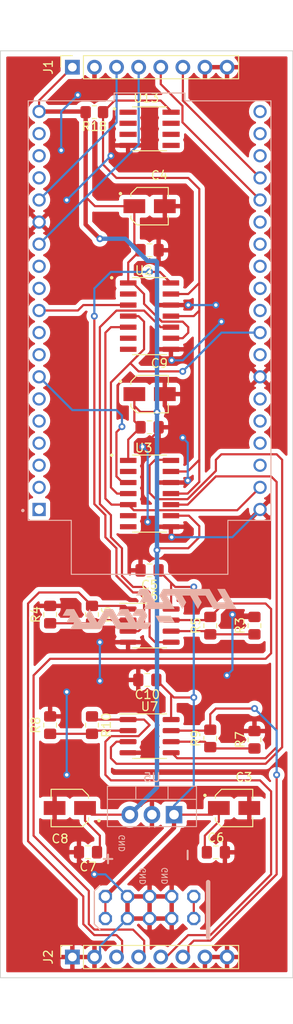
<source format=kicad_pcb>
(kicad_pcb (version 20211014) (generator pcbnew)
  (layers (0 "F.Cu" signal) (31 "B.Cu" signal) (34 "B.Paste" user) (35 "F.Paste" user) (36 "B.SilkS" user "B.Silkscreen") (37 "F.SilkS" user "F.Silkscreen") (38 "B.Mask" user) (39 "F.Mask" user) (44 "Edge.Cuts" user))
  (net 0 "")
  (net 9 "/GATE1")
  (net 10 "/GATE2")
  (net 11 "GND")
  (net 12 "+12V")
  (net 13 "+5V")
  (net 14 "/LED2")
  (net 15 "/LED1")
  (net 16 "/SCK")
  (net 19 "/CS1")
  (net 21 "/CV2")
  (net 22 "/CV1")
  (net 23 "/CV4")
  (net 24 "/CV3")
  (net 25 "-12V")
  (net 26 "/CS2")
  (net 28 "/MOSI")
  (net 29 "Net-(R3-Pad1)")
  (net 39 "Net-(R4-Pad1)")
  (net 40 "Net-(R7-Pad1)")
  (net 41 "Net-(R10-Pad2)")
  (net 44 "/VREF2.5")
  (net 48 "Net-(U2-Pad10)")
  (net 49 "Net-(U2-Pad14)")
  (net 53 "Net-(U3-Pad10)")
  (net 54 "Net-(U3-Pad14)")
  (footprint "Connector_PinSocket_2.54mm:PinSocket_1x08_P2.54mm_Vertical" (layer "F.Cu") (at 8.27 1.88 90)
    (fp_text reference "J1")
    (fp_text value "Conn_01x08_Female")
  )
  (footprint "Resistor_SMD:R_0805_2012Metric_Pad1.20x1.40mm_HandSolder" (layer "F.Cu") (at 10.525 64.77 -90)
    (fp_text reference "R6")
    (fp_text value "100k")
  )
  (footprint "Resistor_SMD:R_0805_2012Metric_Pad1.20x1.40mm_HandSolder" (layer "F.Cu") (at 10.795 7.045 180)
    (fp_text reference "R18")
    (fp_text value "2.5k")
  )
  (footprint "Extra Parts:CAP_EEEFN1E100R" (layer "F.Cu") (at 26.855 86.995)
    (fp_text reference "C3")
    (fp_text value "10uF")
  )
  (footprint "Resistor_SMD:R_0805_2012Metric_Pad1.20x1.40mm_HandSolder" (layer "F.Cu") (at 29.2 79.150872 90)
    (fp_text reference "R7")
    (fp_text value "100k")
  )
  (footprint "Extra Parts:SOIC127P600X175-14N" (layer "F.Cu") (at 17.145 30.48)
    (fp_text reference "U2")
    (fp_text value "MCP4922")
  )
  (footprint "Resistor_SMD:R_0805_2012Metric_Pad1.20x1.40mm_HandSolder" (layer "F.Cu") (at 5.715 64.77 90)
    (fp_text reference "R4")
    (fp_text value "100k")
  )
  (footprint "Package_SO:SOIC-8_3.9x4.9mm_P1.27mm" (layer "F.Cu") (at 17.145 66.04)
    (fp_text reference "U6")
    (fp_text value "NCS20072D")
  )
  (footprint "Capacitor_SMD:C_0805_2012Metric_Pad1.18x1.45mm_HandSolder" (layer "F.Cu") (at 17.145 43.25 180)
    (fp_text reference "C2" hide)
    (fp_text value "100n")
  )
  (footprint "Resistor_SMD:R_0805_2012Metric_Pad1.20x1.40mm_HandSolder" (layer "F.Cu") (at 24.12 66.04 90)
    (fp_text reference "R5")
    (fp_text value "100k")
  )
  (footprint "Package_SO:SOIC-8_3.9x4.9mm_P1.27mm" (layer "F.Cu") (at 17.145 78.74)
    (fp_text reference "U7")
    (fp_text value "NCS20072D")
  )
  (footprint "Extra Parts:SOIC127P600X175-14N" (layer "F.Cu") (at 17.145 50.87)
    (fp_text reference "U3")
    (fp_text value "MCP4822")
  )
  (footprint "Capacitor_SMD:C_0805_2012Metric_Pad1.18x1.45mm_HandSolder" (layer "F.Cu") (at 17.145 59.69 180)
    (fp_text reference "C5")
    (fp_text value "100n")
  )
  (footprint "Capacitor_SMD:C_0805_2012Metric_Pad1.18x1.45mm_HandSolder" (layer "F.Cu") (at 16.883748 72.28 180)
    (fp_text reference "C10")
    (fp_text value "100n")
  )
  (footprint "Extra Parts:CAP_EEEFN1E100R" (layer "F.Cu") (at 7.975 86.995 180)
    (fp_text reference "C8")
    (fp_text value "10uF")
  )
  (footprint "Extra Parts:SOIC127P599X175-8N" (layer "F.Cu") (at 17.145 8.96)
    (fp_text reference "U13")
    (fp_text value "LM336M-2.5/NOPB" hide)
  )
  (footprint "Extra Parts:CAP_EEEFN1E100R" (layer "F.Cu") (at 17.145 39.44)
    (fp_text reference "C9")
    (fp_text value "10uF")
  )
  (footprint "Extra Parts:CAP_EEEFN1E100R" (layer "F.Cu") (at 17.145 17.85)
    (fp_text reference "C4")
    (fp_text value "10uF")
  )
  (footprint "Capacitor_SMD:C_0805_2012Metric_Pad1.18x1.45mm_HandSolder" (layer "F.Cu") (at 10.065 92.075 180)
    (fp_text reference "C7")
    (fp_text value "100n")
  )
  (footprint "Connector_PinSocket_2.54mm:PinSocket_1x08_P2.54mm_Vertical" (layer "F.Cu") (at 8.27 104.115 90)
    (fp_text reference "J2")
    (fp_text value "Conn_01x08_Female")
  )
  (footprint "Resistor_SMD:R_0805_2012Metric_Pad1.20x1.40mm_HandSolder" (layer "F.Cu") (at 24.12 79.000872 90)
    (fp_text reference "R9")
    (fp_text value "100k")
  )
  (footprint "Resistor_SMD:R_0805_2012Metric_Pad1.20x1.40mm_HandSolder" (layer "F.Cu") (at 5.715 77.47 90)
    (fp_text reference "R8")
    (fp_text value "100k")
  )
  (footprint "Resistor_SMD:R_0805_2012Metric_Pad1.20x1.40mm_HandSolder" (layer "F.Cu") (at 10.525 77.47 -90)
    (fp_text reference "R10")
    (fp_text value "100k")
  )
  (footprint "Capacitor_SMD:C_0805_2012Metric_Pad1.18x1.45mm_HandSolder" (layer "F.Cu") (at 17.145 22.91 180)
    (fp_text reference "C1" hide)
    (fp_text value "100n")
  )
  (footprint "Resistor_SMD:R_0805_2012Metric_Pad1.20x1.40mm_HandSolder" (layer "F.Cu") (at 29.2 66.04 90)
    (fp_text reference "R3")
    (fp_text value "100k")
  )
  (footprint "Capacitor_SMD:C_0805_2012Metric_Pad1.18x1.45mm_HandSolder" (layer "F.Cu") (at 24.765 92.085)
    (fp_text reference "C6")
    (fp_text value "330n")
  )
  (footprint "Extra Parts:MODULE_ESP32-DEVKITC" (layer "B.Cu") (at 17.145 29.845)
    (fp_text reference "U1" hide)
    (fp_text value "ESP32-DEVKITC" hide)
  )
  (footprint "MusicThingModular:EURO_POWER_HEADER" (layer "B.Cu") (at 17.145 98.425 180)
    (fp_text reference "CON1" hide)
    (fp_text value "EuroPow")
  )
  (footprint "symbols:littlescale" (layer "B.Cu") (at 17.145 64.135 180)
    (fp_text reference "G***" hide)
    (fp_text value "LOGO" hide)
  )
  (footprint "Package_TO_SOT_THT:TO-220-3_Vertical" (layer "B.Cu") (at 19.955 87.76 180)
    (fp_text reference "U5")
    (fp_text value "LM7805_TO220")
  )
  (gr_rect (start 0 0) (end 33.605 106.5) (layer "Edge.Cuts") (width 0.1) (fill none))
  (segment (start 18.43 3.825) (end 18.43 1.88) (width 0.25) (layer "F.Cu") (net 9))
  (segment (start 20.925 8.215) (end 20.925 6.32) (width 0.25) (layer "F.Cu") (net 9))
  (segment (start 29.845 17.135) (end 20.925 8.215) (width 0.25) (layer "F.Cu") (net 9))
  (segment (start 20.925 6.32) (end 18.43 3.825) (width 0.25) (layer "F.Cu") (net 9))
  (segment (start 29.845 14.595) (end 20.97 5.72) (width 0.25) (layer "F.Cu") (net 10))
  (segment (start 20.97 5.72) (end 20.97 1.88) (width 0.25) (layer "F.Cu") (net 10))
  (segment (start 6.985 73.66) (end 7.62 73.66) (width 0.25) (layer "F.Cu") (net 11))
  (segment (start 16.1075 59.69) (end 16.1075 56.2825) (width 0.25) (layer "F.Cu") (net 11))
  (segment (start 5.715 74.93) (end 6.985 73.66) (width 0.25) (layer "F.Cu") (net 11))
  (segment (start 19.6 54.68) (end 19.6 55.795) (width 0.25) (layer "F.Cu") (net 11))
  (segment (start 16.51 55.88) (end 16.923808 55.466192) (width 0.25) (layer "F.Cu") (net 11))
  (segment (start 11.43 67.945) (end 14.67 67.945) (width 0.25) (layer "F.Cu") (net 11))
  (segment (start 16.923808 55.466192) (end 16.923808 54.129761) (width 0.25) (layer "F.Cu") (net 11))
  (segment (start 7.62 83.185) (end 6.225 84.58) (width 0.25) (layer "F.Cu") (net 11))
  (segment (start 10.81 3.16) (end 8.89 5.08) (width 0.25) (layer "F.Cu") (net 11))
  (segment (start 19.6 29.21) (end 21.59 29.21) (width 0.25) (layer "F.Cu") (net 11))
  (segment (start 19.6 35.475) (end 19.685 35.56) (width 0.25) (layer "F.Cu") (net 11))
  (segment (start 19.6 55.795) (end 19.685 55.88) (width 0.25) (layer "F.Cu") (net 11))
  (segment (start 6.985 11.43) (end 6.985 16.51) (width 0.25) (layer "F.Cu") (net 11))
  (segment (start 9.0275 92.075) (end 9.0275 92.8475) (width 0.25) (layer "F.Cu") (net 11))
  (segment (start 16.1075 56.2825) (end 16.51 55.88) (width 0.25) (layer "F.Cu") (net 11))
  (segment (start 29.2 65.04) (end 28.93 64.77) (width 0.25) (layer "F.Cu") (net 11))
  (segment (start 16.342403 45.48746) (end 18.1825 43.647363) (width 0.25) (layer "F.Cu") (net 11))
  (segment (start 19.6 34.29) (end 19.6 35.475) (width 0.25) (layer "F.Cu") (net 11))
  (segment (start 6.985 16.51) (end 7.62 17.145) (width 0.25) (layer "F.Cu") (net 11))
  (segment (start 15.736248 72.39) (end 11.43 72.39) (width 0.25) (layer "F.Cu") (net 11))
  (segment (start 9.0275 92.8475) (end 10.795 94.615) (width 0.25) (layer "F.Cu") (net 11))
  (segment (start 6.225 84.58) (end 6.225 86.995) (width 0.25) (layer "F.Cu") (net 11))
  (segment (start 5.715 76.47) (end 5.715 74.93) (width 0.25) (layer "F.Cu") (net 11))
  (segment (start 21.308036 49.6) (end 21.533551 49.374485) (width 0.25) (layer "F.Cu") (net 11))
  (segment (start 10.81 1.88) (end 10.81 3.16) (width 0.25) (layer "F.Cu") (net 11))
  (segment (start 18.1825 43.647363) (end 18.1825 43.25) (width 0.25) (layer "F.Cu") (net 11))
  (segment (start 19.6 49.6) (end 21.308036 49.6) (width 0.25) (layer "F.Cu") (net 11))
  (segment (start 15.846248 72.28) (end 15.736248 72.39) (width 0.25) (layer "F.Cu") (net 11))
  (segment (start 28.93 64.77) (end 26.67 64.77) (width 0.25) (layer "F.Cu") (net 11))
  (via (at 16.923808 54.129761) (size 0.8) (drill 0.4) (layers "F.Cu" "B.Cu") (net 11))
  (via (at 12.7 12.065) (size 0.8) (drill 0.4) (layers "F.Cu" "B.Cu") (net 11))
  (via (at 26.035 71.755) (size 0.8) (drill 0.4) (layers "F.Cu" "B.Cu") (net 11))
  (via (at 20.955 44.45) (size 0.8) (drill 0.4) (layers "F.Cu" "B.Cu") (net 11))
  (via (at 24.765 29.21) (size 0.8) (drill 0.4) (layers "F.Cu" "B.Cu") (net 11))
  (via (at 21.533551 49.374485) (size 0.8) (drill 0.4) (layers "F.Cu" "B.Cu") (net 11))
  (via (at 25.4 31.115) (size 0.8) (drill 0.4) (layers "F.Cu" "B.Cu") (net 11))
  (via (at 26.67 64.77) (size 0.8) (drill 0.4) (layers "F.Cu" "B.Cu") (net 11))
  (via (at 19.685 55.88) (size 0.8) (drill 0.4) (layers "F.Cu" "B.Cu") (net 11))
  (via (at 8.89 5.08) (size 0.8) (drill 0.4) (layers "F.Cu" "B.Cu") (net 11))
  (via (at 11.43 72.39) (size 0.8) (drill 0.4) (layers "F.Cu" "B.Cu") (net 11))
  (via (at 7.62 83.185) (size 0.8) (drill 0.4) (layers "F.Cu" "B.Cu") (net 11))
  (via (at 7.62 73.66) (size 0.8) (drill 0.4) (layers "F.Cu" "B.Cu") (net 11))
  (via (at 6.985 11.43) (size 0.8) (drill 0.4) (layers "F.Cu" "B.Cu") (net 11))
  (via (at 21.59 29.21) (size 0.8) (drill 0.4) (layers "F.Cu" "B.Cu") (net 11))
  (via (at 10.795 94.615) (size 0.8) (drill 0.4) (layers "F.Cu" "B.Cu") (net 11))
  (via (at 11.43 67.945) (size 0.8) (drill 0.4) (layers "F.Cu" "B.Cu") (net 11))
  (via (at 19.685 35.56) (size 0.8) (drill 0.4) (layers "F.Cu" "B.Cu") (net 11))
  (via (at 16.342403 45.48746) (size 0.8) (drill 0.4) (layers "F.Cu" "B.Cu") (net 11))
  (via (at 7.62 17.145) (size 0.8) (drill 0.4) (layers "F.Cu" "B.Cu") (net 11))
  (segment (start 20.955 35.56) (end 25.4 31.115) (width 0.25) (layer "B.Cu") (net 11))
  (segment (start 12.065 94.615) (end 14.605 97.155) (width 0.25) (layer "B.Cu") (net 11))
  (segment (start 11.43 72.39) (end 11.43 67.945) (width 0.25) (layer "B.Cu") (net 11))
  (segment (start 16.923808 46.068865) (end 16.342403 45.48746) (width 0.25) (layer "B.Cu") (net 11))
  (segment (start 19.685 55.88) (end 26.66 55.88) (width 0.25) (layer "B.Cu") (net 11))
  (segment (start 21.59 29.21) (end 24.765 29.21) (width 0.25) (layer "B.Cu") (net 11))
  (segment (start 7.62 73.66) (end 7.62 83.185) (width 0.25) (layer "B.Cu") (net 11))
  (segment (start 19.685 35.56) (end 20.955 35.56) (width 0.25) (layer "B.Cu") (net 11))
  (segment (start 26.67 64.77) (end 26.67 71.12) (width 0.25) (layer "B.Cu") (net 11))
  (segment (start 7.62 17.145) (end 12.7 12.065) (width 0.25) (layer "B.Cu") (net 11))
  (segment (start 21.533551 45.028551) (end 20.955 44.45) (width 0.25) (layer "B.Cu") (net 11))
  (segment (start 11.445 104.115) (end 11.445 102.855) (width 0.25) (layer "B.Cu") (net 11))
  (segment (start 10.795 94.615) (end 12.065 94.615) (width 0.25) (layer "B.Cu") (net 11))
  (segment (start 11.445 102.855) (end 14.605 99.695) (width 0.25) (layer "B.Cu") (net 11))
  (segment (start 6.985 6.985) (end 6.985 11.43) (width 0.25) (layer "B.Cu") (net 11))
  (segment (start 26.67 71.12) (end 26.035 71.755) (width 0.25) (layer "B.Cu") (net 11))
  (segment (start 16.923808 54.129761) (end 16.923808 46.068865) (width 0.25) (layer "B.Cu") (net 11))
  (segment (start 26.66 55.88) (end 29.845 52.695) (width 0.25) (layer "B.Cu") (net 11))
  (segment (start 21.533551 49.374485) (end 21.533551 45.028551) (width 0.25) (layer "B.Cu") (net 11))
  (segment (start 8.89 5.08) (end 6.985 6.985) (width 0.25) (layer "B.Cu") (net 11))
  (segment (start 19.62 73.978752) (end 19.936248 74.295) (width 0.25) (layer "F.Cu") (net 12))
  (segment (start 19.62 61.1275) (end 19.62 64.135) (width 0.25) (layer "F.Cu") (net 12))
  (segment (start 19.955 87.76) (end 24.34 87.76) (width 0.25) (layer "F.Cu") (net 12))
  (segment (start 20.0875 61.595) (end 18.1825 59.69) (width 0.25) (layer "F.Cu") (net 12))
  (segment (start 12.065 97.155) (end 12.065 99.695) (width 0.25) (layer "F.Cu") (net 12))
  (segment (start 25.105 86.995) (end 25.105 88.56) (width 0.25) (layer "F.Cu") (net 12))
  (segment (start 23.495 91.8525) (end 23.7275 92.085) (width 0.25) (layer "F.Cu") (net 12))
  (segment (start 19.955 89.265) (end 19.955 87.76) (width 0.5) (layer "F.Cu") (net 12))
  (segment (start 24.34 87.76) (end 25.105 86.995) (width 0.25) (layer "F.Cu") (net 12))
  (segment (start 19.62 73.978752) (end 19.62 76.835) (width 0.25) (layer "F.Cu") (net 12))
  (segment (start 22.225 61.595) (end 20.0875 61.595) (width 0.25) (layer "F.Cu") (net 12))
  (segment (start 18.1825 59.69) (end 19.62 61.1275) (width 0.25) (layer "F.Cu") (net 12))
  (segment (start 12.065 97.155) (end 19.955 89.265) (width 0.5) (layer "F.Cu") (net 12))
  (segment (start 25.105 88.56) (end 23.495 90.17) (width 0.25) (layer "F.Cu") (net 12))
  (segment (start 19.936248 74.295) (end 22.225 74.295) (width 0.25) (layer "F.Cu") (net 12))
  (segment (start 17.921248 72.28) (end 19.62 73.978752) (width 0.25) (layer "F.Cu") (net 12))
  (segment (start 23.495 90.17) (end 23.495 91.8525) (width 0.25) (layer "F.Cu") (net 12))
  (via (at 22.225 61.595) (size 0.8) (drill 0.4) (layers "F.Cu" "B.Cu") (net 12))
  (via (at 22.225 74.295) (size 0.8) (drill 0.4) (layers "F.Cu" "B.Cu") (net 12))
  (segment (start 19.955 86.725) (end 22.225 84.455) (width 0.25) (layer "B.Cu") (net 12))
  (segment (start 22.225 84.455) (end 22.225 74.295) (width 0.25) (layer "B.Cu") (net 12))
  (segment (start 22.225 74.295) (end 22.225 61.595) (width 0.25) (layer "B.Cu") (net 12))
  (segment (start 19.955 87.76) (end 19.955 86.725) (width 0.25) (layer "B.Cu") (net 12))
  (segment (start 15.395 22.1975) (end 15.395 17.85) (width 0.25) (layer "F.Cu") (net 13))
  (segment (start 9.795 16.78) (end 9.795 7.045) (width 0.25) (layer "F.Cu") (net 13))
  (segment (start 15.395 40.795) (end 16.09 41.49) (width 0.25) (layer "F.Cu") (net 13))
  (segment (start 15.395 39.44) (end 15.395 42.5375) (width 0.25) (layer "F.Cu") (net 13))
  (segment (start 14.69 47.06) (end 14.69 44.6675) (width 0.25) (layer "F.Cu") (net 13))
  (segment (start 9.725 88.465) (end 11.43 90.17) (width 0.25) (layer "F.Cu") (net 13))
  (segment (start 22.86 54.61) (end 22.86 55.88) (width 0.25) (layer "F.Cu") (net 13))
  (segment (start 18.549984 31.115) (end 16.51 29.075016) (width 0.25) (layer "F.Cu") (net 13))
  (segment (start 22.86 55.88) (end 21.59 57.15) (width 0.25) (layer "F.Cu") (net 13))
  (segment (start 21.59 57.15) (end 18.21 57.15) (width 0.25) (layer "F.Cu") (net 13))
  (segment (start 9.725 86.995) (end 9.725 88.465) (width 0.25) (layer "F.Cu") (net 13))
  (segment (start 19.6 33.02) (end 20.955 33.02) (width 0.25) (layer "F.Cu") (net 13))
  (segment (start 10.865 17.85) (end 9.795 16.78) (width 0.25) (layer "F.Cu") (net 13))
  (segment (start 21.59 31.75) (end 20.955 31.115) (width 0.25) (layer "F.Cu") (net 13))
  (segment (start 14.69 44.6675) (end 16.1075 43.25) (width 0.25) (layer "F.Cu") (net 13))
  (segment (start 15.395 17.85) (end 10.865 17.85) (width 0.25) (layer "F.Cu") (net 13))
  (segment (start 16.51 27.94) (end 15.24 26.67) (width 0.25) (layer "F.Cu") (net 13))
  (segment (start 15.395 39.44) (end 15.395 40.795) (width 0.25) (layer "F.Cu") (net 13))
  (segment (start 10.49 87.76) (end 9.725 86.995) (width 0.25) (layer "F.Cu") (net 13))
  (segment (start 16.51 29.075016) (end 16.51 27.94) (width 0.25) (layer "F.Cu") (net 13))
  (segment (start 9.795 19.955) (end 9.795 7.045) (width 0.5) (layer "F.Cu") (net 13))
  (segment (start 15.24 26.67) (end 14.69 26.67) (width 0.25) (layer "F.Cu") (net 13))
  (segment (start 4.445 5.705) (end 8.27 1.88) (width 0.25) (layer "F.Cu") (net 13))
  (segment (start 20.955 31.115) (end 18.549984 31.115) (width 0.25) (layer "F.Cu") (net 13))
  (segment (start 16.09 41.49) (end 17.995 41.49) (width 0.25) (layer "F.Cu") (net 13))
  (segment (start 4.445 6.975) (end 9.725 6.975) (width 0.5) (layer "F.Cu") (net 13))
  (segment (start 19.6 53.41) (end 21.66 53.41) (width 0.25) (layer "F.Cu") (net 13))
  (segment (start 14.69 24.3275) (end 16.1075 22.91) (width 0.25) (layer "F.Cu") (net 13))
  (segment (start 14.875 87.76) (end 10.49 87.76) (width 0.25) (layer "F.Cu") (net 13))
  (segment (start 15.395 42.5375) (end 16.1075 43.25) (width 0.25) (layer "F.Cu") (net 13))
  (segment (start 11.43 21.59) (end 9.795 19.955) (width 0.5) (layer "F.Cu") (net 13))
  (segment (start 20.955 33.02) (end 21.59 32.385) (width 0.25) (layer "F.Cu") (net 13))
  (segment (start 9.725 6.975) (end 9.795 7.045) (width 0.25) (layer "F.Cu") (net 13))
  (segment (start 14.69 26.67) (end 14.69 24.3275) (width 0.25) (layer "F.Cu") (net 13))
  (segment (start 11.43 91.7475) (end 11.1025 92.075) (width 0.25) (layer "F.Cu") (net 13))
  (segment (start 11.43 90.17) (end 11.43 91.7475) (width 0.25) (layer "F.Cu") (net 13))
  (segment (start 18.21 57.15) (end 17.995 57.365) (width 0.25) (layer "F.Cu") (net 13))
  (segment (start 16.1075 22.91) (end 15.395 22.1975) (width 0.25) (layer "F.Cu") (net 13))
  (segment (start 4.445 6.975) (end 4.445 5.705) (width 0.25) (layer "F.Cu") (net 13))
  (segment (start 21.66 53.41) (end 22.86 54.61) (width 0.25) (layer "F.Cu") (net 13))
  (segment (start 21.59 32.385) (end 21.59 31.75) (width 0.25) (layer "F.Cu") (net 13))
  (via (at 17.995 41.49) (size 0.8) (drill 0.4) (layers "F.Cu" "B.Cu") (net 13))
  (via (at 11.43 21.59) (size 0.8) (drill 0.4) (layers "F.Cu" "B.Cu") (net 13))
  (via (at 17.995 57.365) (size 0.8) (drill 0.4) (layers "F.Cu" "B.Cu") (net 13))
  (segment (start 11.43 21.59) (end 14.360305 21.59) (width 0.5) (layer "B.Cu") (net 13))
  (segment (start 17.87 24.13) (end 17.995 24.255) (width 0.5) (layer "B.Cu") (net 13))
  (segment (start 16.900305 24.13) (end 17.87 24.13) (width 0.5) (layer "B.Cu") (net 13))
  (segment (start 17.995 57.365) (end 17.995 84.64) (width 0.5) (layer "B.Cu") (net 13))
  (segment (start 17.995 24.255) (end 17.995 41.49) (width 0.5) (layer "B.Cu") (net 13))
  (segment (start 14.360305 21.59) (end 16.900305 24.13) (width 0.5) (layer "B.Cu") (net 13))
  (segment (start 17.995 41.49) (end 17.995 57.365) (width 0.5) (layer "B.Cu") (net 13))
  (segment (start 17.87 84.765) (end 14.875 87.76) (width 0.5) (layer "B.Cu") (net 13))
  (segment (start 17.995 84.64) (end 17.87 84.765) (width 0.5) (layer "B.Cu") (net 13))
  (segment (start 15.89 10.77) (end 15.89 1.88) (width 0.25) (layer "B.Cu") (net 14))
  (segment (start 4.445 22.215) (end 15.89 10.77) (width 0.25) (layer "B.Cu") (net 14))
  (segment (start 13.35 8.23) (end 13.35 1.88) (width 0.25) (layer "B.Cu") (net 15))
  (segment (start 4.445 17.135) (end 13.35 8.23) (width 0.25) (layer "B.Cu") (net 15))
  (segment (start 13.405 50.87) (end 12.7 50.165) (width 0.25) (layer "F.Cu") (net 16))
  (segment (start 16.51 31.115) (end 15.875 30.48) (width 0.25) (layer "F.Cu") (net 16))
  (segment (start 14.9225 35.8775) (end 16.51 34.29) (width 0.25) (layer "F.Cu") (net 16))
  (segment (start 12.7 38.1) (end 14.9225 35.8775) (width 0.25) (layer "F.Cu") (net 16))
  (segment (start 15.875 30.48) (end 14.69 30.48) (width 0.25) (layer "F.Cu") (net 16))
  (segment (start 14.9225 35.8775) (end 15.875 36.83) (width 0.25) (layer "F.Cu") (net 16))
  (segment (start 12.7 50.165) (end 12.7 38.1) (width 0.25) (layer "F.Cu") (net 16))
  (segment (start 15.875 36.83) (end 20.955 36.83) (width 0.25) (layer "F.Cu") (net 16))
  (segment (start 14.69 50.87) (end 13.405 50.87) (width 0.25) (layer "F.Cu") (net 16))
  (segment (start 16.51 34.29) (end 16.51 31.115) (width 0.25) (layer "F.Cu") (net 16))
  (via (at 20.955 36.83) (size 0.8) (drill 0.4) (layers "F.Cu" "B.Cu") (net 16))
  (segment (start 25.41 32.375) (end 29.845 32.375) (width 0.25) (layer "B.Cu") (net 16))
  (segment (start 20.955 36.83) (end 25.41 32.375) (width 0.25) (layer "B.Cu") (net 16))
  (segment (start 8.9 29.835) (end 4.445 29.835) (width 0.25) (layer "F.Cu") (net 19))
  (segment (start 14.69 29.21) (end 9.525 29.21) (width 0.25) (layer "F.Cu") (net 19))
  (segment (start 9.525 29.21) (end 8.9 29.835) (width 0.25) (layer "F.Cu") (net 19))
  (segment (start 31.115 64.135) (end 31.115 69.215) (width 0.25) (layer "F.Cu") (net 21))
  (segment (start 19.62 65.405) (end 23.755 65.405) (width 0.25) (layer "F.Cu") (net 21))
  (segment (start 25.66 63.5) (end 30.48 63.5) (width 0.25) (layer "F.Cu") (net 21))
  (segment (start 31.115 69.215) (end 30.48 69.85) (width 0.25) (layer "F.Cu") (net 21))
  (segment (start 3.81 71.755) (end 3.81 90.17) (width 0.25) (layer "F.Cu") (net 21))
  (segment (start 5.715 69.85) (end 3.81 71.755) (width 0.25) (layer "F.Cu") (net 21))
  (segment (start 3.81 90.17) (end 10.16 96.52) (width 0.25) (layer "F.Cu") (net 21))
  (segment (start 23.755 65.405) (end 24.12 65.04) (width 0.25) (layer "F.Cu") (net 21))
  (segment (start 30.48 63.5) (end 31.115 64.135) (width 0.25) (layer "F.Cu") (net 21))
  (segment (start 10.16 100.33) (end 10.795 100.965) (width 0.25) (layer "F.Cu") (net 21))
  (segment (start 10.795 100.965) (end 15.24 100.965) (width 0.25) (layer "F.Cu") (net 21))
  (segment (start 24.12 65.04) (end 25.66 63.5) (width 0.25) (layer "F.Cu") (net 21))
  (segment (start 10.16 96.52) (end 10.16 100.33) (width 0.25) (layer "F.Cu") (net 21))
  (segment (start 30.48 69.85) (end 5.715 69.85) (width 0.25) (layer "F.Cu") (net 21))
  (segment (start 16.525 102.25) (end 16.525 104.115) (width 0.25) (layer "F.Cu") (net 21))
  (segment (start 15.24 100.965) (end 16.525 102.25) (width 0.25) (layer "F.Cu") (net 21))
  (segment (start 14.305 63.77) (end 10.525 63.77) (width 0.25) (layer "F.Cu") (net 22))
  (segment (start 13.985 104.115) (end 13.985 102.25) (width 0.25) (layer "F.Cu") (net 22))
  (segment (start 13.335 101.6) (end 10.793604 101.6) (width 0.25) (layer "F.Cu") (net 22))
  (segment (start 9.525 97.155) (end 3.175 90.805) (width 0.25) (layer "F.Cu") (net 22))
  (segment (start 8.985 62.23) (end 10.525 63.77) (width 0.25) (layer "F.Cu") (net 22))
  (segment (start 14.67 64.135) (end 14.305 63.77) (width 0.25) (layer "F.Cu") (net 22))
  (segment (start 4.445 62.23) (end 8.985 62.23) (width 0.25) (layer "F.Cu") (net 22))
  (segment (start 9.525 100.331396) (end 9.525 97.155) (width 0.25) (layer "F.Cu") (net 22))
  (segment (start 3.175 90.805) (end 3.175 63.5) (width 0.25) (layer "F.Cu") (net 22))
  (segment (start 13.985 102.25) (end 13.335 101.6) (width 0.25) (layer "F.Cu") (net 22))
  (segment (start 10.793604 101.6) (end 9.525 100.331396) (width 0.25) (layer "F.Cu") (net 22))
  (segment (start 3.175 63.5) (end 4.445 62.23) (width 0.25) (layer "F.Cu") (net 22))
  (segment (start 22.225 102.235) (end 24.131396 102.235) (width 0.25) (layer "F.Cu") (net 23))
  (segment (start 29.21 75.565) (end 24.765 75.565) (width 0.25) (layer "F.Cu") (net 23))
  (segment (start 24.015872 78.105) (end 19.62 78.105) (width 0.25) (layer "F.Cu") (net 23))
  (segment (start 24.131396 102.235) (end 25.400698 100.965698) (width 0.25) (layer "F.Cu") (net 23))
  (segment (start 24.12 76.21) (end 24.12 78.000872) (width 0.25) (layer "F.Cu") (net 23))
  (segment (start 24.765 75.565) (end 24.12 76.21) (width 0.25) (layer "F.Cu") (net 23))
  (segment (start 25.400698 100.965698) (end 31.75 94.616396) (width 0.25) (layer "F.Cu") (net 23))
  (segment (start 21.605 104.115) (end 21.605 102.855) (width 0.25) (layer "F.Cu") (net 23))
  (segment (start 21.605 102.855) (end 22.225 102.235) (width 0.25) (layer "F.Cu") (net 23))
  (segment (start 31.75 94.616396) (end 31.75 83.185) (width 0.25) (layer "F.Cu") (net 23))
  (segment (start 24.12 78.000872) (end 24.015872 78.105) (width 0.25) (layer "F.Cu") (net 23))
  (via (at 29.21 75.565) (size 0.8) (drill 0.4) (layers "F.Cu" "B.Cu") (net 23))
  (via (at 31.75 83.185) (size 0.8) (drill 0.4) (layers "F.Cu" "B.Cu") (net 23))
  (segment (start 31.75 78.105) (end 29.21 75.565) (width 0.25) (layer "B.Cu") (net 23))
  (segment (start 31.75 83.185) (end 31.75 78.105) (width 0.25) (layer "B.Cu") (net 23))
  (segment (start 31.115 85.09) (end 29.845 83.82) (width 0.25) (layer "F.Cu") (net 24))
  (segment (start 19.065 104.115) (end 21.58 101.6) (width 0.25) (layer "F.Cu") (net 24))
  (segment (start 21.58 101.6) (end 24.13 101.6) (width 0.25) (layer "F.Cu") (net 24))
  (segment (start 17.145 77.47) (end 16.51 76.835) (width 0.25) (layer "F.Cu") (net 24))
  (segment (start 16.51 76.835) (end 14.67 76.835) (width 0.25) (layer "F.Cu") (net 24))
  (segment (start 15.875 78.74) (end 17.145 77.47) (width 0.25) (layer "F.Cu") (net 24))
  (segment (start 12.7 83.82) (end 12.065 83.185) (width 0.25) (layer "F.Cu") (net 24))
  (segment (start 10.89 76.835) (end 10.525 76.47) (width 0.25) (layer "F.Cu") (net 24))
  (segment (start 14.67 76.835) (end 10.89 76.835) (width 0.25) (layer "F.Cu") (net 24))
  (segment (start 12.065 83.185) (end 12.065 79.375) (width 0.25) (layer "F.Cu") (net 24))
  (segment (start 29.845 83.82) (end 12.7 83.82) (width 0.25) (layer "F.Cu") (net 24))
  (segment (start 31.115 94.615) (end 31.115 85.09) (width 0.25) (layer "F.Cu") (net 24))
  (segment (start 24.13 101.6) (end 31.115 94.615) (width 0.25) (layer "F.Cu") (net 24))
  (segment (start 12.7 78.74) (end 15.875 78.74) (width 0.25) (layer "F.Cu") (net 24))
  (segment (start 12.065 79.375) (end 12.7 78.74) (width 0.25) (layer "F.Cu") (net 24))
  (segment (start 22.225 97.155) (end 22.225 99.695) (width 0.25) (layer "F.Cu") (net 25))
  (segment (start 13.335 48.895) (end 13.335 44.45) (width 0.25) (layer "F.Cu") (net 26))
  (segment (start 14.69 49.6) (end 14.04 49.6) (width 0.25) (layer "F.Cu") (net 26))
  (segment (start 14.04 49.6) (end 13.335 48.895) (width 0.25) (layer "F.Cu") (net 26))
  (segment (start 13.335 43.815) (end 13.97 43.18) (width 0.25) (layer "F.Cu") (net 26))
  (segment (start 13.335 44.45) (end 13.335 43.815) (width 0.25) (layer "F.Cu") (net 26))
  (via (at 13.97 43.18) (size 0.8) (drill 0.4) (layers "F.Cu" "B.Cu") (net 26))
  (segment (start 13.97 43.18) (end 13.97 41.91) (width 0.25) (layer "B.Cu") (net 26))
  (segment (start 13.335 41.275) (end 8.265 41.275) (width 0.25) (layer "B.Cu") (net 26))
  (segment (start 8.265 41.275) (end 4.445 37.455) (width 0.25) (layer "B.Cu") (net 26))
  (segment (start 13.97 41.91) (end 13.335 41.275) (width 0.25) (layer "B.Cu") (net 26))
  (segment (start 12.77 52.14) (end 14.69 52.14) (width 0.25) (layer "F.Cu") (net 28))
  (segment (start 12.7 31.75) (end 12.065 32.385) (width 0.25) (layer "F.Cu") (net 28))
  (segment (start 12.065 32.385) (end 12.065 51.435) (width 0.25) (layer "F.Cu") (net 28))
  (segment (start 27.215 52.785) (end 29.845 50.155) (width 0.25) (layer "F.Cu") (net 28))
  (segment (start 14.69 31.75) (end 12.7 31.75) (width 0.25) (layer "F.Cu") (net 28))
  (segment (start 15.335 52.785) (end 27.215 52.785) (width 0.25) (layer "F.Cu") (net 28))
  (segment (start 14.69 52.14) (end 15.335 52.785) (width 0.25) (layer "F.Cu") (net 28))
  (segment (start 12.065 51.435) (end 12.77 52.14) (width 0.25) (layer "F.Cu") (net 28))
  (segment (start 23.755 66.675) (end 24.12 67.04) (width 0.25) (layer "F.Cu") (net 29))
  (segment (start 29.2 67.04) (end 24.12 67.04) (width 0.25) (layer "F.Cu") (net 29))
  (segment (start 19.62 66.675) (end 23.755 66.675) (width 0.25) (layer "F.Cu") (net 29))
  (segment (start 5.715 65.77) (end 10.525 65.77) (width 0.25) (layer "F.Cu") (net 39))
  (segment (start 10.89 65.405) (end 14.67 65.405) (width 0.25) (layer "F.Cu") (net 39))
  (segment (start 10.525 65.77) (end 10.89 65.405) (width 0.25) (layer "F.Cu") (net 39))
  (segment (start 19.62 79.375) (end 23.494128 79.375) (width 0.25) (layer "F.Cu") (net 40))
  (segment (start 24.12 80.000872) (end 24.27 80.150872) (width 0.25) (layer "F.Cu") (net 40))
  (segment (start 23.494128 79.375) (end 24.12 80.000872) (width 0.25) (layer "F.Cu") (net 40))
  (segment (start 24.27 80.150872) (end 29.2 80.150872) (width 0.25) (layer "F.Cu") (net 40))
  (segment (start 14.67 78.105) (end 10.89 78.105) (width 0.25) (layer "F.Cu") (net 41))
  (segment (start 5.715 78.47) (end 10.525 78.47) (width 0.25) (layer "F.Cu") (net 41))
  (segment (start 10.89 78.105) (end 10.525 78.47) (width 0.25) (layer "F.Cu") (net 41))
  (segment (start 22.86 26.67) (end 21.59 27.94) (width 0.25) (layer "F.Cu") (net 44))
  (segment (start 22.86 29.845) (end 22.86 46.99) (width 0.25) (layer "F.Cu") (net 44))
  (segment (start 11.795 13.065) (end 13.335 14.605) (width 0.25) (layer "F.Cu") (net 44))
  (segment (start 22.86 49.527208) (end 21.517208 50.87) (width 0.25) (layer "F.Cu") (net 44))
  (segment (start 11.795 7.045) (end 11.795 13.065) (width 0.25) (layer "F.Cu") (net 44))
  (segment (start 22.86 29.845) (end 22.225 30.48) (width 0.25) (layer "F.Cu") (net 44))
  (segment (start 21.59 27.94) (end 19.6 27.94) (width 0.25) (layer "F.Cu") (net 44))
  (segment (start 21.52 48.33) (end 19.6 48.33) (width 0.25) (layer "F.Cu") (net 44))
  (segment (start 13.335 14.605) (end 21.59 14.605) (width 0.25) (layer "F.Cu") (net 44))
  (segment (start 22.86 46.99) (end 22.86 49.527208) (width 0.25) (layer "F.Cu") (net 44))
  (segment (start 13.125 5.715) (end 11.795 7.045) (width 0.25) (layer "F.Cu") (net 44))
  (segment (start 21.59 14.605) (end 22.86 15.875) (width 0.25) (layer "F.Cu") (net 44))
  (segment (start 19.615 7.055) (end 19.685 6.985) (width 0.25) (layer "F.Cu") (net 44))
  (segment (start 22.86 46.99) (end 21.52 48.33) (width 0.25) (layer "F.Cu") (net 44))
  (segment (start 18.415 5.715) (end 13.125 5.715) (width 0.25) (layer "F.Cu") (net 44))
  (segment (start 22.225 30.48) (end 19.6 30.48) (width 0.25) (layer "F.Cu") (net 44))
  (segment (start 19.685 6.985) (end 18.415 5.715) (width 0.25) (layer "F.Cu") (net 44))
  (segment (start 22.86 15.875) (end 22.86 26.67) (width 0.25) (layer "F.Cu") (net 44))
  (segment (start 22.86 26.67) (end 22.86 29.845) (width 0.25) (layer "F.Cu") (net 44))
  (segment (start 21.517208 50.87) (end 19.6 50.87) (width 0.25) (layer "F.Cu") (net 44))
  (segment (start 12.7 53.34) (end 11.43 52.07) (width 0.25) (layer "F.Cu") (net 48))
  (segment (start 17.145 67.31) (end 17.145 62.23) (width 0.25) (layer "F.Cu") (net 48))
  (segment (start 13.97 60.325) (end 13.97 57.15) (width 0.25) (layer "F.Cu") (net 48))
  (segment (start 19.62 67.945) (end 17.78 67.945) (width 0.25) (layer "F.Cu") (net 48))
  (segment (start 18.415 31.75) (end 19.6 31.75) (width 0.25) (layer "F.Cu") (net 48))
  (segment (start 15.24 61.595) (end 13.97 60.325) (width 0.25) (layer "F.Cu") (net 48))
  (segment (start 16.51 29.845) (end 18.415 31.75) (width 0.25) (layer "F.Cu") (net 48))
  (segment (start 17.145 62.23) (end 16.51 61.595) (width 0.25) (layer "F.Cu") (net 48))
  (segment (start 16.51 61.595) (end 15.24 61.595) (width 0.25) (layer "F.Cu") (net 48))
  (segment (start 11.43 31.75) (end 13.335 29.845) (width 0.25) (layer "F.Cu") (net 48))
  (segment (start 13.335 29.845) (end 16.51 29.845) (width 0.25) (layer "F.Cu") (net 48))
  (segment (start 17.78 67.945) (end 17.145 67.31) (width 0.25) (layer "F.Cu") (net 48))
  (segment (start 12.7 55.88) (end 12.7 53.34) (width 0.25) (layer "F.Cu") (net 48))
  (segment (start 13.97 57.15) (end 12.7 55.88) (width 0.25) (layer "F.Cu") (net 48))
  (segment (start 11.43 52.07) (end 11.43 31.75) (width 0.25) (layer "F.Cu") (net 48))
  (segment (start 15.875 66.675) (end 16.51 66.04) (width 0.25) (layer "F.Cu") (net 49))
  (segment (start 14.79 61.781396) (end 13.335 60.326396) (width 0.25) (layer "F.Cu") (net 49))
  (segment (start 15.238604 62.23) (end 14.79 61.781396) (width 0.25) (layer "F.Cu") (net 49))
  (segment (start 12.065 53.341396) (end 12.064302 53.340698) (width 0.25) (layer "F.Cu") (net 49))
  (segment (start 12.065 55.881396) (end 12.065 55.88) (width 0.25) (layer "F.Cu") (net 49))
  (segment (start 12.065 55.88) (end 12.065 53.341396) (width 0.25) (layer "F.Cu") (net 49))
  (segment (start 10.795 50.8) (end 10.795 30.48) (width 0.25) (layer "F.Cu") (net 49))
  (segment (start 13.335 60.326396) (end 13.335 60.325) (width 0.25) (layer "F.Cu") (net 49))
  (segment (start 19.6 26.67) (end 18.33 25.4) (width 0.25) (layer "F.Cu") (net 49))
  (segment (start 13.335 60.325) (end 13.335 57.151396) (width 0.25) (layer "F.Cu") (net 49))
  (segment (start 18.33 25.4) (end 17.145 25.4) (width 0.25) (layer "F.Cu") (net 49))
  (segment (start 10.795 52.07) (end 10.795 50.8) (width 0.25) (layer "F.Cu") (net 49))
  (segment (start 16.51 66.04) (end 16.51 62.865) (width 0.25) (layer "F.Cu") (net 49))
  (segment (start 16.51 62.865) (end 15.875 62.23) (width 0.25) (layer "F.Cu") (net 49))
  (segment (start 13.334302 57.150698) (end 12.065 55.881396) (width 0.25) (layer "F.Cu") (net 49))
  (segment (start 13.335 57.151396) (end 13.334302 57.150698) (width 0.25) (layer "F.Cu") (net 49))
  (segment (start 12.064302 53.340698) (end 10.795 52.071396) (width 0.25) (layer "F.Cu") (net 49))
  (segment (start 10.795 52.071396) (end 10.795 52.07) (width 0.25) (layer "F.Cu") (net 49))
  (segment (start 14.67 66.675) (end 15.875 66.675) (width 0.25) (layer "F.Cu") (net 49))
  (segment (start 15.875 62.23) (end 15.238604 62.23) (width 0.25) (layer "F.Cu") (net 49))
  (via (at 17.145 25.4) (size 0.8) (drill 0.4) (layers "F.Cu" "B.Cu") (net 49))
  (via (at 10.795 30.48) (size 0.8) (drill 0.4) (layers "F.Cu" "B.Cu") (net 49))
  (segment (start 10.795 30.48) (end 10.795 27.305) (width 0.25) (layer "B.Cu") (net 49))
  (segment (start 17.145 25.4) (end 12.7 25.4) (width 0.25) (layer "B.Cu") (net 49))
  (segment (start 10.795 27.305) (end 12.7 25.4) (width 0.25) (layer "B.Cu") (net 49))
  (segment (start 30.48 81.28) (end 31.75 80.01) (width 0.25) (layer "F.Cu") (net 53))
  (segment (start 19.685 80.645) (end 20.32 81.28) (width 0.25) (layer "F.Cu") (net 53))
  (segment (start 31.75 80.01) (end 31.75 49.53) (width 0.25) (layer "F.Cu") (net 53))
  (segment (start 31.75 49.53) (end 31.115 48.895) (width 0.25) (layer "F.Cu") (net 53))
  (segment (start 24.765 48.895) (end 21.52 52.14) (width 0.25) (layer "F.Cu") (net 53))
  (segment (start 21.52 52.14) (end 19.6 52.14) (width 0.25) (layer "F.Cu") (net 53))
  (segment (start 19.62 80.645) (end 19.685 80.645) (width 0.25) (layer "F.Cu") (net 53))
  (segment (start 20.32 81.28) (end 30.48 81.28) (width 0.25) (layer "F.Cu") (net 53))
  (segment (start 31.115 48.895) (end 24.765 48.895) (width 0.25) (layer "F.Cu") (net 53))
  (segment (start 24.58 48.445) (end 24.578604 48.445) (width 0.25) (layer "F.Cu") (net 54))
  (segment (start 32.385 80.011396) (end 32.385 46.99) (width 0.25) (layer "F.Cu") (net 54))
  (segment (start 13.335 81.915) (end 30.481396 81.915) (width 0.25) (layer "F.Cu") (net 54))
  (segment (start 21.508604 51.515) (end 17.86 51.515) (width 0.25) (layer "F.Cu") (net 54))
  (segment (start 12.7 81.28) (end 13.335 81.915) (width 0.25) (layer "F.Cu") (net 54))
  (segment (start 30.481396 81.915) (end 32.385 80.011396) (width 0.25) (layer "F.Cu") (net 54))
  (segment (start 12.7 80.01) (end 12.7 81.28) (width 0.25) (layer "F.Cu") (net 54))
  (segment (start 19.53 46.99) (end 19.6 47.06) (width 0.25) (layer "F.Cu") (net 54))
  (segment (start 24.765 46.99) (end 24.765 48.26) (width 0.25) (layer "F.Cu") (net 54))
  (segment (start 17.145 47.625) (end 17.78 46.99) (width 0.25) (layer "F.Cu") (net 54))
  (segment (start 17.86 51.515) (end 17.145 50.8) (width 0.25) (layer "F.Cu") (net 54))
  (segment (start 31.75 46.355) (end 25.4 46.355) (width 0.25) (layer "F.Cu") (net 54))
  (segment (start 24.765 48.26) (end 24.58 48.445) (width 0.25) (layer "F.Cu") (net 54))
  (segment (start 14.67 79.375) (end 13.335 79.375) (width 0.25) (layer "F.Cu") (net 54))
  (segment (start 13.335 79.375) (end 12.7 80.01) (width 0.25) (layer "F.Cu") (net 54))
  (segment (start 25.4 46.355) (end 24.765 46.99) (width 0.25) (layer "F.Cu") (net 54))
  (segment (start 17.145 50.8) (end 17.145 47.625) (width 0.25) (layer "F.Cu") (net 54))
  (segment (start 32.385 46.99) (end 31.75 46.355) (width 0.25) (layer "F.Cu") (net 54))
  (segment (start 24.578604 48.445) (end 21.508604 51.515) (width 0.25) (layer "F.Cu") (net 54))
  (segment (start 17.78 46.99) (end 19.53 46.99) (width 0.25) (layer "F.Cu") (net 54))
  (zone (net 11) (net_name "GND") (layer "F.Cu") (name "GND") (connect_pads (clearance 0.508)) (min_thickness 0.254) (fill yes (thermal_gap 0.508) (thermal_bridge_width 0.508))
    (polygon (pts (xy 32.995 105.859997) (xy 0.669968 105.870042) (xy 0.670218 0.650042) (xy 32.99525 0.639997)))
  )
)
</source>
